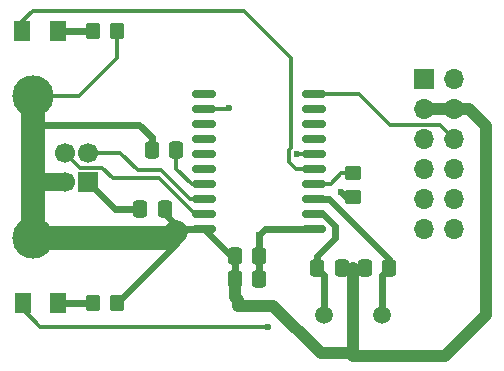
<source format=gbr>
%TF.GenerationSoftware,KiCad,Pcbnew,9.0.0*%
%TF.CreationDate,2025-03-23T19:11:54-07:00*%
%TF.ProjectId,SMRRC_USB,534d5252-435f-4555-9342-2e6b69636164,n/c*%
%TF.SameCoordinates,Original*%
%TF.FileFunction,Copper,L1,Top*%
%TF.FilePolarity,Positive*%
%FSLAX46Y46*%
G04 Gerber Fmt 4.6, Leading zero omitted, Abs format (unit mm)*
G04 Created by KiCad (PCBNEW 9.0.0) date 2025-03-23 19:11:54*
%MOMM*%
%LPD*%
G01*
G04 APERTURE LIST*
G04 Aperture macros list*
%AMRoundRect*
0 Rectangle with rounded corners*
0 $1 Rounding radius*
0 $2 $3 $4 $5 $6 $7 $8 $9 X,Y pos of 4 corners*
0 Add a 4 corners polygon primitive as box body*
4,1,4,$2,$3,$4,$5,$6,$7,$8,$9,$2,$3,0*
0 Add four circle primitives for the rounded corners*
1,1,$1+$1,$2,$3*
1,1,$1+$1,$4,$5*
1,1,$1+$1,$6,$7*
1,1,$1+$1,$8,$9*
0 Add four rect primitives between the rounded corners*
20,1,$1+$1,$2,$3,$4,$5,0*
20,1,$1+$1,$4,$5,$6,$7,0*
20,1,$1+$1,$6,$7,$8,$9,0*
20,1,$1+$1,$8,$9,$2,$3,0*%
G04 Aperture macros list end*
%TA.AperFunction,ComponentPad*%
%ADD10C,1.500000*%
%TD*%
%TA.AperFunction,SMDPad,CuDef*%
%ADD11RoundRect,0.150000X0.875000X0.150000X-0.875000X0.150000X-0.875000X-0.150000X0.875000X-0.150000X0*%
%TD*%
%TA.AperFunction,SMDPad,CuDef*%
%ADD12RoundRect,0.250000X-0.450000X0.350000X-0.450000X-0.350000X0.450000X-0.350000X0.450000X0.350000X0*%
%TD*%
%TA.AperFunction,SMDPad,CuDef*%
%ADD13RoundRect,0.250000X0.350000X0.450000X-0.350000X0.450000X-0.350000X-0.450000X0.350000X-0.450000X0*%
%TD*%
%TA.AperFunction,ComponentPad*%
%ADD14R,1.700000X1.700000*%
%TD*%
%TA.AperFunction,ComponentPad*%
%ADD15O,1.700000X1.700000*%
%TD*%
%TA.AperFunction,ComponentPad*%
%ADD16C,1.700000*%
%TD*%
%TA.AperFunction,ComponentPad*%
%ADD17C,3.500000*%
%TD*%
%TA.AperFunction,SMDPad,CuDef*%
%ADD18RoundRect,0.250001X0.462499X0.624999X-0.462499X0.624999X-0.462499X-0.624999X0.462499X-0.624999X0*%
%TD*%
%TA.AperFunction,SMDPad,CuDef*%
%ADD19RoundRect,0.250000X0.337500X0.475000X-0.337500X0.475000X-0.337500X-0.475000X0.337500X-0.475000X0*%
%TD*%
%TA.AperFunction,SMDPad,CuDef*%
%ADD20RoundRect,0.250000X-0.337500X-0.475000X0.337500X-0.475000X0.337500X0.475000X-0.337500X0.475000X0*%
%TD*%
%TA.AperFunction,ViaPad*%
%ADD21C,0.600000*%
%TD*%
%TA.AperFunction,Conductor*%
%ADD22C,0.300000*%
%TD*%
%TA.AperFunction,Conductor*%
%ADD23C,2.000000*%
%TD*%
%TA.AperFunction,Conductor*%
%ADD24C,0.600000*%
%TD*%
%TA.AperFunction,Conductor*%
%ADD25C,1.500000*%
%TD*%
%TA.AperFunction,Conductor*%
%ADD26C,1.000000*%
%TD*%
G04 APERTURE END LIST*
D10*
%TO.P,Y1,1,1*%
%TO.N,Net-(U1-OSC2)*%
X149450000Y-97000000D03*
%TO.P,Y1,2,2*%
%TO.N,Net-(U1-OSC1)*%
X144570000Y-97000000D03*
%TD*%
D11*
%TO.P,U1,1,VDD*%
%TO.N,+5V*%
X143650000Y-89715000D03*
%TO.P,U1,2,OSC1*%
%TO.N,Net-(U1-OSC1)*%
X143650000Y-88445000D03*
%TO.P,U1,3,OSC2*%
%TO.N,Net-(U1-OSC2)*%
X143650000Y-87175000D03*
%TO.P,U1,4,RST*%
%TO.N,Net-(U1-RST)*%
X143650000Y-85905000D03*
%TO.P,U1,5,GP7/TxLED*%
%TO.N,Net-(D2-A)*%
X143650000Y-84635000D03*
%TO.P,U1,6,GP6/RxLED*%
%TO.N,Net-(D1-A)*%
X143650000Y-83365000D03*
%TO.P,U1,7,GP5*%
%TO.N,unconnected-(U1-GP5-Pad7)*%
X143650000Y-82095000D03*
%TO.P,U1,8,GP4*%
%TO.N,unconnected-(U1-GP4-Pad8)*%
X143650000Y-80825000D03*
%TO.P,U1,9,GP3*%
%TO.N,unconnected-(U1-GP3-Pad9)*%
X143650000Y-79555000D03*
%TO.P,U1,10,TX*%
%TO.N,Net-(J2-Pin_6)*%
X143650000Y-78285000D03*
%TO.P,U1,11,RTS*%
%TO.N,unconnected-(U1-RTS-Pad11)*%
X134350000Y-78285000D03*
%TO.P,U1,12,RX*%
%TO.N,Net-(J2-Pin_5)*%
X134350000Y-79555000D03*
%TO.P,U1,13,CTS*%
%TO.N,unconnected-(U1-CTS-Pad13)*%
X134350000Y-80825000D03*
%TO.P,U1,14,GP2*%
%TO.N,unconnected-(U1-GP2-Pad14)*%
X134350000Y-82095000D03*
%TO.P,U1,15,GP1/USB-CFG*%
%TO.N,unconnected-(U1-GP1{slash}USB-CFG-Pad15)*%
X134350000Y-83365000D03*
%TO.P,U1,16,GP0/SSPND*%
%TO.N,unconnected-(U1-GP0{slash}SSPND-Pad16)*%
X134350000Y-84635000D03*
%TO.P,U1,17,V_USB*%
%TO.N,Net-(U1-V_USB)*%
X134350000Y-85905000D03*
%TO.P,U1,18,D-*%
%TO.N,Net-(J1-D-)*%
X134350000Y-87175000D03*
%TO.P,U1,19,D+*%
%TO.N,Net-(J1-D+)*%
X134350000Y-88445000D03*
%TO.P,U1,20,VSS*%
%TO.N,GND*%
X134350000Y-89715000D03*
%TD*%
D12*
%TO.P,R3,1*%
%TO.N,Net-(U1-RST)*%
X147000000Y-85000000D03*
%TO.P,R3,2*%
%TO.N,+5V*%
X147000000Y-87000000D03*
%TD*%
D13*
%TO.P,R2,1*%
%TO.N,GND*%
X127000000Y-73000000D03*
%TO.P,R2,2*%
%TO.N,Net-(D2-K)*%
X125000000Y-73000000D03*
%TD*%
%TO.P,R1,1*%
%TO.N,GND*%
X127000000Y-96000000D03*
%TO.P,R1,2*%
%TO.N,Net-(D1-K)*%
X125000000Y-96000000D03*
%TD*%
D14*
%TO.P,J2,1,Pin_1*%
%TO.N,unconnected-(J2-Pin_1-Pad1)*%
X153000000Y-77000000D03*
D15*
%TO.P,J2,2,Pin_2*%
%TO.N,unconnected-(J2-Pin_2-Pad2)*%
X155540000Y-77000000D03*
%TO.P,J2,3,Pin_3*%
%TO.N,GND*%
X153000000Y-79540000D03*
%TO.P,J2,4,Pin_4*%
X155540000Y-79540000D03*
%TO.P,J2,5,Pin_5*%
%TO.N,Net-(J2-Pin_5)*%
X153000000Y-82080000D03*
%TO.P,J2,6,Pin_6*%
%TO.N,Net-(J2-Pin_6)*%
X155540000Y-82080000D03*
%TO.P,J2,7,Pin_7*%
%TO.N,unconnected-(J2-Pin_7-Pad7)*%
X153000000Y-84620000D03*
%TO.P,J2,8,Pin_8*%
%TO.N,unconnected-(J2-Pin_8-Pad8)*%
X155540000Y-84620000D03*
%TO.P,J2,9,Pin_9*%
%TO.N,unconnected-(J2-Pin_9-Pad9)*%
X153000000Y-87160000D03*
%TO.P,J2,10,Pin_10*%
%TO.N,unconnected-(J2-Pin_10-Pad10)*%
X155540000Y-87160000D03*
%TO.P,J2,11,Pin_11*%
%TO.N,unconnected-(J2-Pin_11-Pad11)*%
X153000000Y-89700000D03*
%TO.P,J2,12,Pin_12*%
%TO.N,unconnected-(J2-Pin_12-Pad12)*%
X155540000Y-89700000D03*
%TD*%
D14*
%TO.P,J1,1,VBUS*%
%TO.N,+5V*%
X124577500Y-85750000D03*
D16*
%TO.P,J1,2,D-*%
%TO.N,Net-(J1-D-)*%
X124577500Y-83250000D03*
%TO.P,J1,3,D+*%
%TO.N,Net-(J1-D+)*%
X122577500Y-83250000D03*
%TO.P,J1,4,GND*%
%TO.N,GND*%
X122577500Y-85750000D03*
D17*
%TO.P,J1,5,Shield*%
X119867500Y-90520000D03*
X119867500Y-78480000D03*
%TD*%
D18*
%TO.P,D2,1,K*%
%TO.N,Net-(D2-K)*%
X121975000Y-73000000D03*
%TO.P,D2,2,A*%
%TO.N,Net-(D2-A)*%
X119000000Y-73000000D03*
%TD*%
%TO.P,D1,1,K*%
%TO.N,Net-(D1-K)*%
X122000000Y-96000000D03*
%TO.P,D1,2,A*%
%TO.N,Net-(D1-A)*%
X119025000Y-96000000D03*
%TD*%
D19*
%TO.P,C6,1*%
%TO.N,+5V*%
X139037500Y-94000000D03*
%TO.P,C6,2*%
%TO.N,GND*%
X136962500Y-94000000D03*
%TD*%
D20*
%TO.P,C5,1*%
%TO.N,+5V*%
X128962500Y-88000000D03*
%TO.P,C5,2*%
%TO.N,GND*%
X131037500Y-88000000D03*
%TD*%
D19*
%TO.P,C4,1*%
%TO.N,Net-(U1-V_USB)*%
X132037500Y-83000000D03*
%TO.P,C4,2*%
%TO.N,GND*%
X129962500Y-83000000D03*
%TD*%
%TO.P,C3,1*%
%TO.N,+5V*%
X139037500Y-92000000D03*
%TO.P,C3,2*%
%TO.N,GND*%
X136962500Y-92000000D03*
%TD*%
D20*
%TO.P,C2,1*%
%TO.N,Net-(U1-OSC1)*%
X143962500Y-93000000D03*
%TO.P,C2,2*%
%TO.N,GND*%
X146037500Y-93000000D03*
%TD*%
D19*
%TO.P,C1,1*%
%TO.N,Net-(U1-OSC2)*%
X150037500Y-93000000D03*
%TO.P,C1,2*%
%TO.N,GND*%
X147962500Y-93000000D03*
%TD*%
D21*
%TO.N,+5V*%
X146000000Y-86600000D03*
X142100000Y-89715000D03*
X139037500Y-90212500D03*
%TO.N,Net-(D1-A)*%
X142250000Y-83365000D03*
X139750000Y-98000000D03*
%TO.N,Net-(J2-Pin_5)*%
X136500000Y-79500000D03*
%TD*%
D22*
%TO.N,Net-(J1-D+)*%
X134350000Y-88445000D02*
X133645000Y-88445000D01*
X130600000Y-85400000D02*
X126629500Y-85400000D01*
X133645000Y-88445000D02*
X130600000Y-85400000D01*
X126629500Y-85400000D02*
X125778500Y-84549000D01*
X125778500Y-84549000D02*
X123876500Y-84549000D01*
X123876500Y-84549000D02*
X122577500Y-83250000D01*
D23*
%TO.N,GND*%
X119867500Y-78480000D02*
X119867500Y-80900000D01*
D24*
X129962500Y-81962500D02*
X128900000Y-80900000D01*
X129962500Y-83000000D02*
X129962500Y-81962500D01*
X128900000Y-80900000D02*
X119867500Y-80900000D01*
D23*
X119867500Y-90520000D02*
X131517500Y-90520000D01*
X131517500Y-90520000D02*
X132037500Y-90000000D01*
X119867500Y-80900000D02*
X119867500Y-85800000D01*
D24*
X119917500Y-85750000D02*
X119867500Y-85800000D01*
D25*
X122577500Y-85750000D02*
X119917500Y-85750000D01*
D23*
X119867500Y-85800000D02*
X119867500Y-90520000D01*
D24*
%TO.N,+5V*%
X147000000Y-87000000D02*
X146400000Y-87000000D01*
X146400000Y-87000000D02*
X146000000Y-86600000D01*
X142100000Y-89715000D02*
X139535000Y-89715000D01*
%TO.N,GND*%
X131037500Y-88000000D02*
X131037500Y-88430000D01*
X131037500Y-88430000D02*
X132322500Y-89715000D01*
%TO.N,+5V*%
X128962500Y-88000000D02*
X126827500Y-88000000D01*
X126827500Y-88000000D02*
X124577500Y-85750000D01*
D22*
%TO.N,Net-(J1-D-)*%
X124577500Y-83250000D02*
X127250000Y-83250000D01*
X128750000Y-84750000D02*
X130750000Y-84750000D01*
X127250000Y-83250000D02*
X128750000Y-84750000D01*
X130750000Y-84750000D02*
X133175000Y-87175000D01*
X133175000Y-87175000D02*
X134350000Y-87175000D01*
%TO.N,Net-(U1-V_USB)*%
X132037500Y-83000000D02*
X132037500Y-84617499D01*
X132037500Y-84617499D02*
X133325001Y-85905000D01*
X133325001Y-85905000D02*
X134350000Y-85905000D01*
D26*
%TO.N,GND*%
X147000000Y-100250000D02*
X147000000Y-93000000D01*
X137250000Y-96250000D02*
X137250000Y-95750000D01*
X147000000Y-100250000D02*
X144250000Y-100250000D01*
X137250000Y-95750000D02*
X136962500Y-95462500D01*
X136962500Y-95462500D02*
X136962500Y-94000000D01*
X144250000Y-100250000D02*
X140250000Y-96250000D01*
X140250000Y-96250000D02*
X137250000Y-96250000D01*
X155540000Y-79540000D02*
X156790000Y-79540000D01*
D24*
X146037500Y-93000000D02*
X147000000Y-93000000D01*
D26*
X158250000Y-81000000D02*
X158250000Y-97000000D01*
X156790000Y-79540000D02*
X158250000Y-81000000D01*
X154750000Y-100500000D02*
X147000000Y-100500000D01*
X158250000Y-97000000D02*
X154750000Y-100500000D01*
X147000000Y-100500000D02*
X147000000Y-100250000D01*
X155540000Y-79540000D02*
X153000000Y-79540000D01*
D22*
%TO.N,Net-(D1-A)*%
X143650000Y-83365000D02*
X142250000Y-83365000D01*
%TO.N,Net-(D2-A)*%
X141550000Y-84050000D02*
X142135000Y-84635000D01*
X119000000Y-73000000D02*
X119000000Y-72125001D01*
X141550000Y-83075050D02*
X141550000Y-84050000D01*
X141750000Y-82875050D02*
X141550000Y-83075050D01*
X142135000Y-84635000D02*
X143650000Y-84635000D01*
X119875001Y-71250000D02*
X137750000Y-71250000D01*
X137750000Y-71250000D02*
X141750000Y-75250000D01*
X141750000Y-75250000D02*
X141750000Y-82875050D01*
X119000000Y-72125001D02*
X119875001Y-71250000D01*
%TO.N,Net-(D1-A)*%
X119025000Y-96000000D02*
X119025000Y-96525000D01*
X119025000Y-96525000D02*
X120500000Y-98000000D01*
X120500000Y-98000000D02*
X139750000Y-98000000D01*
%TO.N,GND*%
X127000000Y-73000000D02*
X127000000Y-75250000D01*
X127000000Y-75250000D02*
X123770000Y-78480000D01*
X123770000Y-78480000D02*
X119867500Y-78480000D01*
D24*
%TO.N,+5V*%
X139037500Y-92000000D02*
X139037500Y-94000000D01*
X143650000Y-89715000D02*
X142100000Y-89715000D01*
X139037500Y-90212500D02*
X139037500Y-92000000D01*
X139535000Y-89715000D02*
X139037500Y-90212500D01*
D22*
%TO.N,Net-(U1-RST)*%
X143650000Y-85905000D02*
X145095000Y-85905000D01*
X145095000Y-85905000D02*
X146000000Y-85000000D01*
X146000000Y-85000000D02*
X147000000Y-85000000D01*
%TO.N,Net-(J2-Pin_6)*%
X155540000Y-82080000D02*
X154339000Y-80879000D01*
X154339000Y-80879000D02*
X150121000Y-80879000D01*
X150121000Y-80879000D02*
X147527000Y-78285000D01*
X147527000Y-78285000D02*
X143650000Y-78285000D01*
%TO.N,Net-(J2-Pin_5)*%
X134350000Y-79555000D02*
X136445000Y-79555000D01*
X136445000Y-79555000D02*
X136500000Y-79500000D01*
D24*
%TO.N,Net-(D2-K)*%
X121975000Y-73000000D02*
X125000000Y-73000000D01*
%TO.N,Net-(D1-K)*%
X125000000Y-96000000D02*
X122000000Y-96000000D01*
%TO.N,GND*%
X132037500Y-90000000D02*
X132037500Y-90962500D01*
X132037500Y-90962500D02*
X127000000Y-96000000D01*
X134350000Y-89715000D02*
X132322500Y-89715000D01*
X132322500Y-89715000D02*
X132037500Y-90000000D01*
X136962500Y-92000000D02*
X136635000Y-92000000D01*
X136635000Y-92000000D02*
X134350000Y-89715000D01*
X136962500Y-94000000D02*
X136962500Y-92000000D01*
X147000000Y-93000000D02*
X147962500Y-93000000D01*
%TO.N,Net-(U1-OSC1)*%
X145500000Y-89500000D02*
X145500000Y-90500000D01*
X143962500Y-93000000D02*
X143962500Y-92037500D01*
X145500000Y-89500000D02*
X144445000Y-88445000D01*
X143962500Y-92037500D02*
X145500000Y-90500000D01*
X144445000Y-88445000D02*
X143650000Y-88445000D01*
X144570000Y-97000000D02*
X144570000Y-93607500D01*
X144570000Y-93607500D02*
X143962500Y-93000000D01*
%TO.N,Net-(U1-OSC2)*%
X150037500Y-93000000D02*
X150037500Y-92275000D01*
X150037500Y-92275000D02*
X144937500Y-87175000D01*
X144937500Y-87175000D02*
X143650000Y-87175000D01*
X149450000Y-97000000D02*
X149450000Y-93587500D01*
X149450000Y-93587500D02*
X150037500Y-93000000D01*
%TD*%
M02*

</source>
